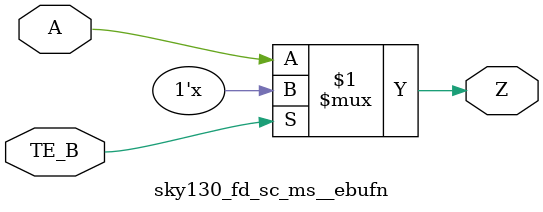
<source format=v>
/*
 * Copyright 2020 The SkyWater PDK Authors
 *
 * Licensed under the Apache License, Version 2.0 (the "License");
 * you may not use this file except in compliance with the License.
 * You may obtain a copy of the License at
 *
 *     https://www.apache.org/licenses/LICENSE-2.0
 *
 * Unless required by applicable law or agreed to in writing, software
 * distributed under the License is distributed on an "AS IS" BASIS,
 * WITHOUT WARRANTIES OR CONDITIONS OF ANY KIND, either express or implied.
 * See the License for the specific language governing permissions and
 * limitations under the License.
 *
 * SPDX-License-Identifier: Apache-2.0
*/


`ifndef SKY130_FD_SC_MS__EBUFN_FUNCTIONAL_V
`define SKY130_FD_SC_MS__EBUFN_FUNCTIONAL_V

/**
 * ebufn: Tri-state buffer, negative enable.
 *
 * Verilog simulation functional model.
 */

`timescale 1ns / 1ps
`default_nettype none

`celldefine
module sky130_fd_sc_ms__ebufn (
    Z   ,
    A   ,
    TE_B
);

    // Module ports
    output Z   ;
    input  A   ;
    input  TE_B;

    //     Name     Output  Other arguments
    bufif0 bufif00 (Z     , A, TE_B        );

endmodule
`endcelldefine

`default_nettype wire
`endif  // SKY130_FD_SC_MS__EBUFN_FUNCTIONAL_V

</source>
